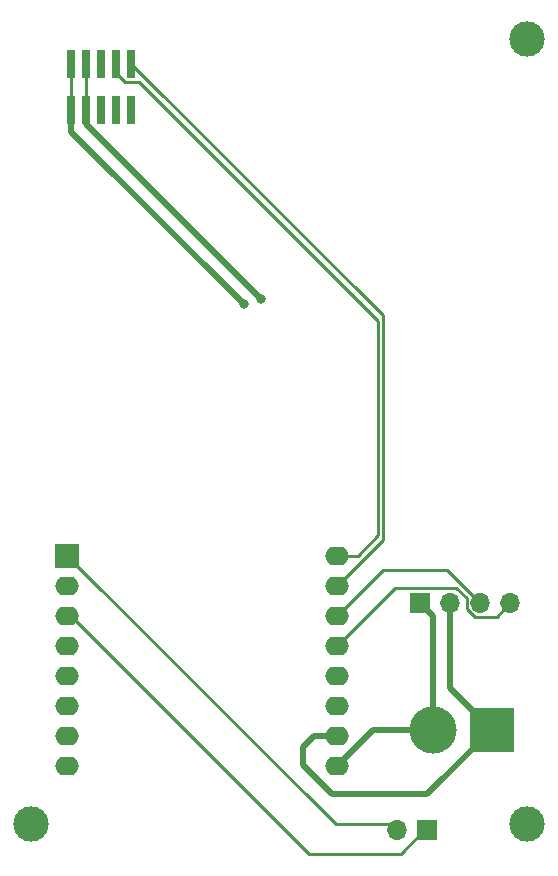
<source format=gbr>
%TF.GenerationSoftware,KiCad,Pcbnew,6.0.6-1.fc36*%
%TF.CreationDate,2022-07-27T02:29:56+02:00*%
%TF.ProjectId,breakout board,62726561-6b6f-4757-9420-626f6172642e,rev?*%
%TF.SameCoordinates,Original*%
%TF.FileFunction,Copper,L1,Top*%
%TF.FilePolarity,Positive*%
%FSLAX46Y46*%
G04 Gerber Fmt 4.6, Leading zero omitted, Abs format (unit mm)*
G04 Created by KiCad (PCBNEW 6.0.6-1.fc36) date 2022-07-27 02:29:56*
%MOMM*%
%LPD*%
G01*
G04 APERTURE LIST*
%TA.AperFunction,ComponentPad*%
%ADD10O,1.700000X1.700000*%
%TD*%
%TA.AperFunction,ComponentPad*%
%ADD11R,1.700000X1.700000*%
%TD*%
%TA.AperFunction,ComponentPad*%
%ADD12R,2.000000X2.000000*%
%TD*%
%TA.AperFunction,ComponentPad*%
%ADD13O,2.000000X1.600000*%
%TD*%
%TA.AperFunction,ComponentPad*%
%ADD14R,3.800000X3.800000*%
%TD*%
%TA.AperFunction,ComponentPad*%
%ADD15C,4.000000*%
%TD*%
%TA.AperFunction,SMDPad,CuDef*%
%ADD16R,0.740000X2.400000*%
%TD*%
%TA.AperFunction,ViaPad*%
%ADD17C,0.800000*%
%TD*%
%TA.AperFunction,ViaPad*%
%ADD18C,3.000000*%
%TD*%
%TA.AperFunction,Conductor*%
%ADD19C,0.250000*%
%TD*%
%TA.AperFunction,Conductor*%
%ADD20C,0.500000*%
%TD*%
G04 APERTURE END LIST*
D10*
%TO.P,J2,4,Pin_4*%
%TO.N,/BME_SDA*%
X137090000Y-91310000D03*
%TO.P,J2,3,Pin_3*%
%TO.N,/BME_SCL*%
X134550000Y-91310000D03*
%TO.P,J2,2,Pin_2*%
%TO.N,/GND*%
X132010000Y-91310000D03*
D11*
%TO.P,J2,1,Pin_1*%
%TO.N,/Vcc*%
X129470000Y-91310000D03*
%TD*%
D12*
%TO.P,U1,1,~{RST}*%
%TO.N,/RST*%
X99555000Y-87270000D03*
D13*
%TO.P,U1,2,A0*%
%TO.N,unconnected-(U1-Pad2)*%
X99555000Y-89810000D03*
%TO.P,U1,3,D0*%
%TO.N,/D0*%
X99555000Y-92350000D03*
%TO.P,U1,4,SCK/D5*%
%TO.N,unconnected-(U1-Pad4)*%
X99555000Y-94890000D03*
%TO.P,U1,5,MISO/D6*%
%TO.N,unconnected-(U1-Pad5)*%
X99555000Y-97430000D03*
%TO.P,U1,6,MOSI/D7*%
%TO.N,unconnected-(U1-Pad6)*%
X99555000Y-99970000D03*
%TO.P,U1,7,CS/D8*%
%TO.N,unconnected-(U1-Pad7)*%
X99555000Y-102510000D03*
%TO.P,U1,8,3V3*%
%TO.N,unconnected-(U1-Pad8)*%
X99555000Y-105050000D03*
%TO.P,U1,9,5V*%
%TO.N,/Vcc*%
X122415000Y-105050000D03*
%TO.P,U1,10,GND*%
%TO.N,/GND*%
X122415000Y-102510000D03*
%TO.P,U1,11,D4*%
%TO.N,unconnected-(U1-Pad11)*%
X122415000Y-99970000D03*
%TO.P,U1,12,D3*%
%TO.N,unconnected-(U1-Pad12)*%
X122415000Y-97430000D03*
%TO.P,U1,13,SDA/D2*%
%TO.N,/BME_SDA*%
X122415000Y-94890000D03*
%TO.P,U1,14,SCL/D1*%
%TO.N,/BME_SCL*%
X122415000Y-92350000D03*
%TO.P,U1,15,RX*%
%TO.N,/PMS_TX*%
X122415000Y-89810000D03*
%TO.P,U1,16,TX*%
%TO.N,/PMS_RX*%
X122415000Y-87270000D03*
%TD*%
D11*
%TO.P,J4,1,Pin_1*%
%TO.N,/D0*%
X130000000Y-110500000D03*
D10*
%TO.P,J4,2,Pin_2*%
%TO.N,/RST*%
X127460000Y-110500000D03*
%TD*%
D14*
%TO.P,J3,1,Pin_1*%
%TO.N,/GND*%
X135500000Y-102000000D03*
D15*
%TO.P,J3,2,Pin_2*%
%TO.N,/Vcc*%
X130500000Y-102000000D03*
%TD*%
D16*
%TO.P,J1,10,Pin_10*%
%TO.N,/PMS_Set*%
X105000000Y-49500000D03*
%TO.P,J1,9,Pin_9*%
%TO.N,/PMS_TX*%
X105000000Y-45600000D03*
%TO.P,J1,8,Pin_8*%
%TO.N,unconnected-(J1-Pad8)*%
X103730000Y-49500000D03*
%TO.P,J1,7,Pin_7*%
%TO.N,/PMS_RX*%
X103730000Y-45600000D03*
%TO.P,J1,6,Pin_6*%
%TO.N,unconnected-(J1-Pad6)*%
X102460000Y-49500000D03*
%TO.P,J1,5,Pin_5*%
%TO.N,/PMS_Reset*%
X102460000Y-45600000D03*
%TO.P,J1,4,Pin_4*%
%TO.N,/GND*%
X101190000Y-49500000D03*
%TO.P,J1,3,Pin_3*%
X101190000Y-45600000D03*
%TO.P,J1,2,Pin_2*%
%TO.N,/Vcc*%
X99920000Y-49500000D03*
%TO.P,J1,1,Pin_1*%
X99920000Y-45600000D03*
%TD*%
D17*
%TO.N,/GND*%
X116000000Y-65500000D03*
%TO.N,/Vcc*%
X114500000Y-66000000D03*
D18*
%TO.N,*%
X96500000Y-110000000D03*
X138500000Y-110000000D03*
X138500000Y-43500000D03*
%TD*%
D19*
%TO.N,/D0*%
X99555000Y-92350000D02*
X99850000Y-92350000D01*
X99850000Y-92350000D02*
X120000000Y-112500000D01*
X120000000Y-112500000D02*
X127785000Y-112500000D01*
X127785000Y-112500000D02*
X130285000Y-110000000D01*
D20*
%TO.N,/GND*%
X116000000Y-65500000D02*
X101190000Y-50690000D01*
X101190000Y-50690000D02*
X101190000Y-49500000D01*
%TO.N,/Vcc*%
X114500000Y-66000000D02*
X99920000Y-51420000D01*
X99920000Y-51420000D02*
X99920000Y-49500000D01*
X130500000Y-102000000D02*
X125500000Y-102000000D01*
X125500000Y-102000000D02*
X125465000Y-102000000D01*
D19*
%TO.N,/PMS_TX*%
X122415000Y-89810000D02*
X126315000Y-85910000D01*
X126315000Y-85910000D02*
X126315000Y-66915000D01*
X126315000Y-66915000D02*
X105000000Y-45600000D01*
%TO.N,/PMS_RX*%
X103730000Y-45600000D02*
X103730000Y-46430000D01*
X103730000Y-46430000D02*
X104425000Y-47125000D01*
X104425000Y-47125000D02*
X105625000Y-47125000D01*
X105625000Y-47125000D02*
X125865000Y-67365000D01*
X125865000Y-67365000D02*
X125865000Y-85551778D01*
X125865000Y-85551778D02*
X124146778Y-87270000D01*
X124146778Y-87270000D02*
X122415000Y-87270000D01*
%TO.N,/BME_SDA*%
X137090000Y-91310000D02*
X135915000Y-92485000D01*
X135915000Y-92485000D02*
X134063299Y-92485000D01*
X134063299Y-92485000D02*
X133375000Y-91796701D01*
X127305000Y-90000000D02*
X122415000Y-94890000D01*
X133375000Y-91796701D02*
X133375000Y-90875000D01*
X133375000Y-90875000D02*
X132500000Y-90000000D01*
X132500000Y-90000000D02*
X127305000Y-90000000D01*
%TO.N,/BME_SCL*%
X134550000Y-91310000D02*
X131740000Y-88500000D01*
X131740000Y-88500000D02*
X126265000Y-88500000D01*
X126265000Y-88500000D02*
X122415000Y-92350000D01*
D20*
%TO.N,/GND*%
X119500000Y-103500000D02*
X120500000Y-102500000D01*
X135500000Y-102000000D02*
X130049086Y-107450914D01*
X130049086Y-107450914D02*
X121950914Y-107450914D01*
X119500000Y-105000000D02*
X119500000Y-103500000D01*
X121950914Y-107450914D02*
X119500000Y-105000000D01*
X120500000Y-102500000D02*
X120510000Y-102510000D01*
X120510000Y-102510000D02*
X122415000Y-102510000D01*
X132010000Y-91310000D02*
X132010000Y-98510000D01*
X132010000Y-98510000D02*
X135500000Y-102000000D01*
%TO.N,/Vcc*%
X130500000Y-102000000D02*
X130500000Y-92340000D01*
X130500000Y-92340000D02*
X129470000Y-91310000D01*
X125465000Y-102000000D02*
X122415000Y-105050000D01*
D19*
%TO.N,/RST*%
X99555000Y-87270000D02*
X122285000Y-110000000D01*
X122285000Y-110000000D02*
X127745000Y-110000000D01*
%TO.N,/Vcc*%
X99920000Y-45600000D02*
X99920000Y-49500000D01*
%TO.N,/GND*%
X101190000Y-45600000D02*
X101190000Y-49500000D01*
%TD*%
M02*

</source>
